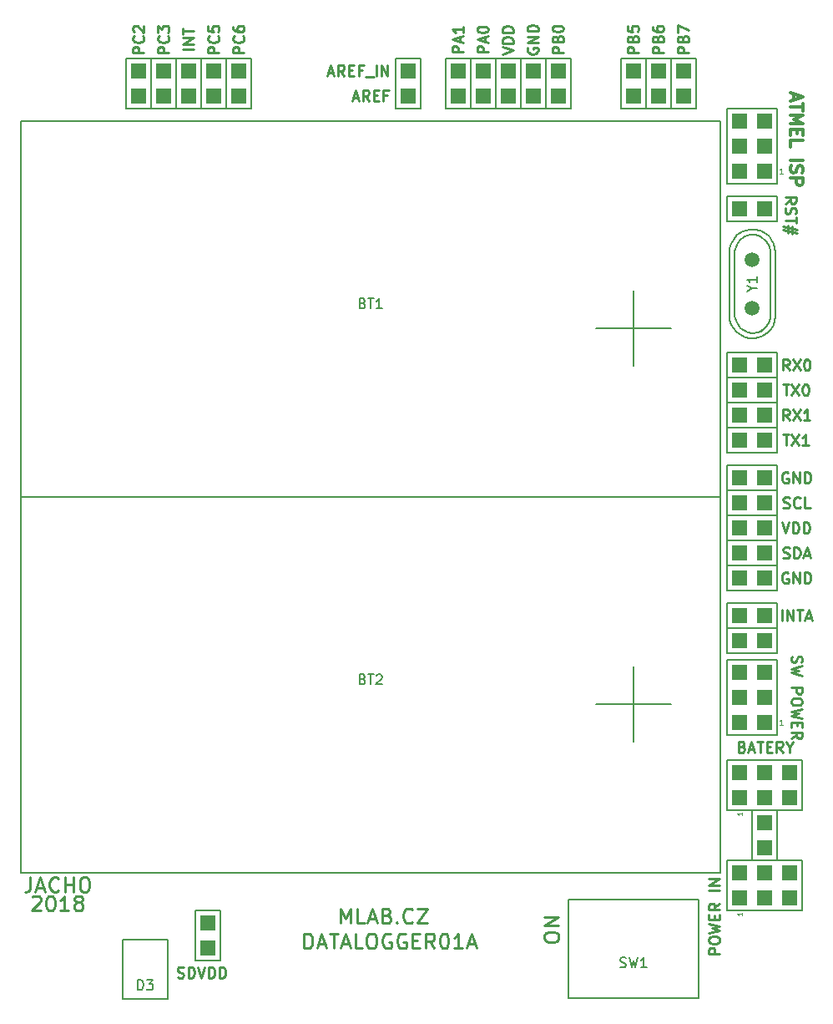
<source format=gbr>
%TF.GenerationSoftware,KiCad,Pcbnew,6.0.10+dfsg-1~bpo11+1*%
%TF.CreationDate,2023-01-10T10:18:18+00:00*%
%TF.ProjectId,DATALOGGER02A,44415441-4c4f-4474-9745-523032412e6b,rev?*%
%TF.SameCoordinates,Original*%
%TF.FileFunction,Legend,Top*%
%TF.FilePolarity,Positive*%
%FSLAX46Y46*%
G04 Gerber Fmt 4.6, Leading zero omitted, Abs format (unit mm)*
G04 Created by KiCad (PCBNEW 6.0.10+dfsg-1~bpo11+1) date 2023-01-10 10:18:18*
%MOMM*%
%LPD*%
G01*
G04 APERTURE LIST*
%ADD10C,0.250000*%
%ADD11C,0.300000*%
%ADD12C,0.150000*%
%ADD13C,0.050000*%
%ADD14R,1.524000X1.524000*%
%ADD15C,1.501140*%
G04 APERTURE END LIST*
D10*
X78536904Y44365000D02*
X78432142Y44417381D01*
X78275000Y44417381D01*
X78117857Y44365000D01*
X78013095Y44260239D01*
X77960714Y44155477D01*
X77908333Y43945953D01*
X77908333Y43788810D01*
X77960714Y43579286D01*
X78013095Y43474524D01*
X78117857Y43369762D01*
X78275000Y43317381D01*
X78379761Y43317381D01*
X78536904Y43369762D01*
X78589285Y43422143D01*
X78589285Y43788810D01*
X78379761Y43788810D01*
X79060714Y43317381D02*
X79060714Y44417381D01*
X79689285Y43317381D01*
X79689285Y44417381D01*
X80213095Y43317381D02*
X80213095Y44417381D01*
X80475000Y44417381D01*
X80632142Y44365000D01*
X80736904Y44260239D01*
X80789285Y44155477D01*
X80841666Y43945953D01*
X80841666Y43788810D01*
X80789285Y43579286D01*
X80736904Y43474524D01*
X80632142Y43369762D01*
X80475000Y43317381D01*
X80213095Y43317381D01*
X71617619Y5727381D02*
X70517619Y5727381D01*
X70517619Y6146429D01*
X70570000Y6251191D01*
X70622380Y6303572D01*
X70727142Y6355953D01*
X70884285Y6355953D01*
X70989047Y6303572D01*
X71041428Y6251191D01*
X71093809Y6146429D01*
X71093809Y5727381D01*
X70517619Y7036905D02*
X70517619Y7246429D01*
X70570000Y7351191D01*
X70674761Y7455953D01*
X70884285Y7508334D01*
X71250952Y7508334D01*
X71460476Y7455953D01*
X71565238Y7351191D01*
X71617619Y7246429D01*
X71617619Y7036905D01*
X71565238Y6932143D01*
X71460476Y6827381D01*
X71250952Y6775000D01*
X70884285Y6775000D01*
X70674761Y6827381D01*
X70570000Y6932143D01*
X70517619Y7036905D01*
X70517619Y7875000D02*
X71617619Y8136905D01*
X70831904Y8346429D01*
X71617619Y8555953D01*
X70517619Y8817858D01*
X71041428Y9236905D02*
X71041428Y9603572D01*
X71617619Y9760715D02*
X71617619Y9236905D01*
X70517619Y9236905D01*
X70517619Y9760715D01*
X71617619Y10860715D02*
X71093809Y10494048D01*
X71617619Y10232143D02*
X70517619Y10232143D01*
X70517619Y10651191D01*
X70570000Y10755953D01*
X70622380Y10808334D01*
X70727142Y10860715D01*
X70884285Y10860715D01*
X70989047Y10808334D01*
X71041428Y10755953D01*
X71093809Y10651191D01*
X71093809Y10232143D01*
X71617619Y12170239D02*
X70517619Y12170239D01*
X71617619Y12694048D02*
X70517619Y12694048D01*
X71617619Y13322620D01*
X70517619Y13322620D01*
X78039285Y45909762D02*
X78196428Y45857381D01*
X78458333Y45857381D01*
X78563095Y45909762D01*
X78615476Y45962143D01*
X78667857Y46066905D01*
X78667857Y46171667D01*
X78615476Y46276429D01*
X78563095Y46328810D01*
X78458333Y46381191D01*
X78248809Y46433572D01*
X78144047Y46485953D01*
X78091666Y46538334D01*
X78039285Y46643096D01*
X78039285Y46747858D01*
X78091666Y46852620D01*
X78144047Y46905000D01*
X78248809Y46957381D01*
X78510714Y46957381D01*
X78667857Y46905000D01*
X79139285Y45857381D02*
X79139285Y46957381D01*
X79401190Y46957381D01*
X79558333Y46905000D01*
X79663095Y46800239D01*
X79715476Y46695477D01*
X79767857Y46485953D01*
X79767857Y46328810D01*
X79715476Y46119286D01*
X79663095Y46014524D01*
X79558333Y45909762D01*
X79401190Y45857381D01*
X79139285Y45857381D01*
X80186904Y46171667D02*
X80710714Y46171667D01*
X80082142Y45857381D02*
X80448809Y46957381D01*
X80815476Y45857381D01*
X77908333Y49497381D02*
X78275000Y48397381D01*
X78641666Y49497381D01*
X79008333Y48397381D02*
X79008333Y49497381D01*
X79270238Y49497381D01*
X79427380Y49445000D01*
X79532142Y49340239D01*
X79584523Y49235477D01*
X79636904Y49025953D01*
X79636904Y48868810D01*
X79584523Y48659286D01*
X79532142Y48554524D01*
X79427380Y48449762D01*
X79270238Y48397381D01*
X79008333Y48397381D01*
X80108333Y48397381D02*
X80108333Y49497381D01*
X80370238Y49497381D01*
X80527380Y49445000D01*
X80632142Y49340239D01*
X80684523Y49235477D01*
X80736904Y49025953D01*
X80736904Y48868810D01*
X80684523Y48659286D01*
X80632142Y48554524D01*
X80527380Y48449762D01*
X80370238Y48397381D01*
X80108333Y48397381D01*
X78065476Y50989762D02*
X78222619Y50937381D01*
X78484523Y50937381D01*
X78589285Y50989762D01*
X78641666Y51042143D01*
X78694047Y51146905D01*
X78694047Y51251667D01*
X78641666Y51356429D01*
X78589285Y51408810D01*
X78484523Y51461191D01*
X78275000Y51513572D01*
X78170238Y51565953D01*
X78117857Y51618334D01*
X78065476Y51723096D01*
X78065476Y51827858D01*
X78117857Y51932620D01*
X78170238Y51985000D01*
X78275000Y52037381D01*
X78536904Y52037381D01*
X78694047Y51985000D01*
X79794047Y51042143D02*
X79741666Y50989762D01*
X79584523Y50937381D01*
X79479761Y50937381D01*
X79322619Y50989762D01*
X79217857Y51094524D01*
X79165476Y51199286D01*
X79113095Y51408810D01*
X79113095Y51565953D01*
X79165476Y51775477D01*
X79217857Y51880239D01*
X79322619Y51985000D01*
X79479761Y52037381D01*
X79584523Y52037381D01*
X79741666Y51985000D01*
X79794047Y51932620D01*
X80789285Y50937381D02*
X80265476Y50937381D01*
X80265476Y52037381D01*
X78536904Y54525000D02*
X78432142Y54577381D01*
X78275000Y54577381D01*
X78117857Y54525000D01*
X78013095Y54420239D01*
X77960714Y54315477D01*
X77908333Y54105953D01*
X77908333Y53948810D01*
X77960714Y53739286D01*
X78013095Y53634524D01*
X78117857Y53529762D01*
X78275000Y53477381D01*
X78379761Y53477381D01*
X78536904Y53529762D01*
X78589285Y53582143D01*
X78589285Y53948810D01*
X78379761Y53948810D01*
X79060714Y53477381D02*
X79060714Y54577381D01*
X79689285Y53477381D01*
X79689285Y54577381D01*
X80213095Y53477381D02*
X80213095Y54577381D01*
X80475000Y54577381D01*
X80632142Y54525000D01*
X80736904Y54420239D01*
X80789285Y54315477D01*
X80841666Y54105953D01*
X80841666Y53948810D01*
X80789285Y53739286D01*
X80736904Y53634524D01*
X80632142Y53529762D01*
X80475000Y53477381D01*
X80213095Y53477381D01*
X78013095Y58387381D02*
X78641666Y58387381D01*
X78327380Y57287381D02*
X78327380Y58387381D01*
X78903571Y58387381D02*
X79636904Y57287381D01*
X79636904Y58387381D02*
X78903571Y57287381D01*
X80632142Y57287381D02*
X80003571Y57287381D01*
X80317857Y57287381D02*
X80317857Y58387381D01*
X80213095Y58230239D01*
X80108333Y58125477D01*
X80003571Y58073096D01*
X78667857Y59827381D02*
X78301190Y60351191D01*
X78039285Y59827381D02*
X78039285Y60927381D01*
X78458333Y60927381D01*
X78563095Y60875000D01*
X78615476Y60822620D01*
X78667857Y60717858D01*
X78667857Y60560715D01*
X78615476Y60455953D01*
X78563095Y60403572D01*
X78458333Y60351191D01*
X78039285Y60351191D01*
X79034523Y60927381D02*
X79767857Y59827381D01*
X79767857Y60927381D02*
X79034523Y59827381D01*
X80763095Y59827381D02*
X80134523Y59827381D01*
X80448809Y59827381D02*
X80448809Y60927381D01*
X80344047Y60770239D01*
X80239285Y60665477D01*
X80134523Y60613096D01*
X78013095Y63467381D02*
X78641666Y63467381D01*
X78327380Y62367381D02*
X78327380Y63467381D01*
X78903571Y63467381D02*
X79636904Y62367381D01*
X79636904Y63467381D02*
X78903571Y62367381D01*
X80265476Y63467381D02*
X80370238Y63467381D01*
X80475000Y63415000D01*
X80527380Y63362620D01*
X80579761Y63257858D01*
X80632142Y63048334D01*
X80632142Y62786429D01*
X80579761Y62576905D01*
X80527380Y62472143D01*
X80475000Y62419762D01*
X80370238Y62367381D01*
X80265476Y62367381D01*
X80160714Y62419762D01*
X80108333Y62472143D01*
X80055952Y62576905D01*
X80003571Y62786429D01*
X80003571Y63048334D01*
X80055952Y63257858D01*
X80108333Y63362620D01*
X80160714Y63415000D01*
X80265476Y63467381D01*
X78667857Y64907381D02*
X78301190Y65431191D01*
X78039285Y64907381D02*
X78039285Y66007381D01*
X78458333Y66007381D01*
X78563095Y65955000D01*
X78615476Y65902620D01*
X78667857Y65797858D01*
X78667857Y65640715D01*
X78615476Y65535953D01*
X78563095Y65483572D01*
X78458333Y65431191D01*
X78039285Y65431191D01*
X79034523Y66007381D02*
X79767857Y64907381D01*
X79767857Y66007381D02*
X79034523Y64907381D01*
X80396428Y66007381D02*
X80501190Y66007381D01*
X80605952Y65955000D01*
X80658333Y65902620D01*
X80710714Y65797858D01*
X80763095Y65588334D01*
X80763095Y65326429D01*
X80710714Y65116905D01*
X80658333Y65012143D01*
X80605952Y64959762D01*
X80501190Y64907381D01*
X80396428Y64907381D01*
X80291666Y64959762D01*
X80239285Y65012143D01*
X80186904Y65116905D01*
X80134523Y65326429D01*
X80134523Y65588334D01*
X80186904Y65797858D01*
X80239285Y65902620D01*
X80291666Y65955000D01*
X80396428Y66007381D01*
X78242380Y81797381D02*
X78766190Y82164048D01*
X78242380Y82425953D02*
X79342380Y82425953D01*
X79342380Y82006905D01*
X79290000Y81902143D01*
X79237619Y81849762D01*
X79132857Y81797381D01*
X78975714Y81797381D01*
X78870952Y81849762D01*
X78818571Y81902143D01*
X78766190Y82006905D01*
X78766190Y82425953D01*
X78294761Y81378334D02*
X78242380Y81221191D01*
X78242380Y80959286D01*
X78294761Y80854524D01*
X78347142Y80802143D01*
X78451904Y80749762D01*
X78556666Y80749762D01*
X78661428Y80802143D01*
X78713809Y80854524D01*
X78766190Y80959286D01*
X78818571Y81168810D01*
X78870952Y81273572D01*
X78923333Y81325953D01*
X79028095Y81378334D01*
X79132857Y81378334D01*
X79237619Y81325953D01*
X79290000Y81273572D01*
X79342380Y81168810D01*
X79342380Y80906905D01*
X79290000Y80749762D01*
X79342380Y80435477D02*
X79342380Y79806905D01*
X78242380Y80121191D02*
X79342380Y80121191D01*
X78975714Y79492620D02*
X78975714Y78706905D01*
X79447142Y79178334D02*
X78032857Y79492620D01*
X78504285Y78811667D02*
X78504285Y79597381D01*
X78032857Y79125953D02*
X79447142Y78811667D01*
X77908333Y39507381D02*
X77908333Y40607381D01*
X78432142Y39507381D02*
X78432142Y40607381D01*
X79060714Y39507381D01*
X79060714Y40607381D01*
X79427380Y40607381D02*
X80055952Y40607381D01*
X79741666Y39507381D02*
X79741666Y40607381D01*
X80370238Y39821667D02*
X80894047Y39821667D01*
X80265476Y39507381D02*
X80632142Y40607381D01*
X80998809Y39507381D01*
X78929761Y35914286D02*
X78877380Y35757143D01*
X78877380Y35495239D01*
X78929761Y35390477D01*
X78982142Y35338096D01*
X79086904Y35285715D01*
X79191666Y35285715D01*
X79296428Y35338096D01*
X79348809Y35390477D01*
X79401190Y35495239D01*
X79453571Y35704762D01*
X79505952Y35809524D01*
X79558333Y35861905D01*
X79663095Y35914286D01*
X79767857Y35914286D01*
X79872619Y35861905D01*
X79925000Y35809524D01*
X79977380Y35704762D01*
X79977380Y35442858D01*
X79925000Y35285715D01*
X79977380Y34919048D02*
X78877380Y34657143D01*
X79663095Y34447620D01*
X78877380Y34238096D01*
X79977380Y33976191D01*
X78877380Y32719048D02*
X79977380Y32719048D01*
X79977380Y32300000D01*
X79925000Y32195239D01*
X79872619Y32142858D01*
X79767857Y32090477D01*
X79610714Y32090477D01*
X79505952Y32142858D01*
X79453571Y32195239D01*
X79401190Y32300000D01*
X79401190Y32719048D01*
X79977380Y31409524D02*
X79977380Y31200000D01*
X79925000Y31095239D01*
X79820238Y30990477D01*
X79610714Y30938096D01*
X79244047Y30938096D01*
X79034523Y30990477D01*
X78929761Y31095239D01*
X78877380Y31200000D01*
X78877380Y31409524D01*
X78929761Y31514286D01*
X79034523Y31619048D01*
X79244047Y31671429D01*
X79610714Y31671429D01*
X79820238Y31619048D01*
X79925000Y31514286D01*
X79977380Y31409524D01*
X79977380Y30571429D02*
X78877380Y30309524D01*
X79663095Y30100000D01*
X78877380Y29890477D01*
X79977380Y29628572D01*
X79453571Y29209524D02*
X79453571Y28842858D01*
X78877380Y28685715D02*
X78877380Y29209524D01*
X79977380Y29209524D01*
X79977380Y28685715D01*
X78877380Y27585715D02*
X79401190Y27952381D01*
X78877380Y28214286D02*
X79977380Y28214286D01*
X79977380Y27795239D01*
X79925000Y27690477D01*
X79872619Y27638096D01*
X79767857Y27585715D01*
X79610714Y27585715D01*
X79505952Y27638096D01*
X79453571Y27690477D01*
X79401190Y27795239D01*
X79401190Y28214286D01*
X16614285Y3364762D02*
X16771428Y3312381D01*
X17033333Y3312381D01*
X17138095Y3364762D01*
X17190476Y3417143D01*
X17242857Y3521905D01*
X17242857Y3626667D01*
X17190476Y3731429D01*
X17138095Y3783810D01*
X17033333Y3836191D01*
X16823809Y3888572D01*
X16719047Y3940953D01*
X16666666Y3993334D01*
X16614285Y4098096D01*
X16614285Y4202858D01*
X16666666Y4307620D01*
X16719047Y4360000D01*
X16823809Y4412381D01*
X17085714Y4412381D01*
X17242857Y4360000D01*
X17714285Y3312381D02*
X17714285Y4412381D01*
X17976190Y4412381D01*
X18133333Y4360000D01*
X18238095Y4255239D01*
X18290476Y4150477D01*
X18342857Y3940953D01*
X18342857Y3783810D01*
X18290476Y3574286D01*
X18238095Y3469524D01*
X18133333Y3364762D01*
X17976190Y3312381D01*
X17714285Y3312381D01*
X18657142Y4412381D02*
X19023809Y3312381D01*
X19390476Y4412381D01*
X19757142Y3312381D02*
X19757142Y4412381D01*
X20019047Y4412381D01*
X20176190Y4360000D01*
X20280952Y4255239D01*
X20333333Y4150477D01*
X20385714Y3940953D01*
X20385714Y3783810D01*
X20333333Y3574286D01*
X20280952Y3469524D01*
X20176190Y3364762D01*
X20019047Y3312381D01*
X19757142Y3312381D01*
X20857142Y3312381D02*
X20857142Y4412381D01*
X21119047Y4412381D01*
X21276190Y4360000D01*
X21380952Y4255239D01*
X21433333Y4150477D01*
X21485714Y3940953D01*
X21485714Y3783810D01*
X21433333Y3574286D01*
X21380952Y3469524D01*
X21276190Y3364762D01*
X21119047Y3312381D01*
X20857142Y3312381D01*
X13197619Y97063096D02*
X12097619Y97063096D01*
X12097619Y97482143D01*
X12150000Y97586905D01*
X12202380Y97639286D01*
X12307142Y97691667D01*
X12464285Y97691667D01*
X12569047Y97639286D01*
X12621428Y97586905D01*
X12673809Y97482143D01*
X12673809Y97063096D01*
X13092857Y98791667D02*
X13145238Y98739286D01*
X13197619Y98582143D01*
X13197619Y98477381D01*
X13145238Y98320239D01*
X13040476Y98215477D01*
X12935714Y98163096D01*
X12726190Y98110715D01*
X12569047Y98110715D01*
X12359523Y98163096D01*
X12254761Y98215477D01*
X12150000Y98320239D01*
X12097619Y98477381D01*
X12097619Y98582143D01*
X12150000Y98739286D01*
X12202380Y98791667D01*
X12202380Y99210715D02*
X12150000Y99263096D01*
X12097619Y99367858D01*
X12097619Y99629762D01*
X12150000Y99734524D01*
X12202380Y99786905D01*
X12307142Y99839286D01*
X12411904Y99839286D01*
X12569047Y99786905D01*
X13197619Y99158334D01*
X13197619Y99839286D01*
X15737619Y97063096D02*
X14637619Y97063096D01*
X14637619Y97482143D01*
X14690000Y97586905D01*
X14742380Y97639286D01*
X14847142Y97691667D01*
X15004285Y97691667D01*
X15109047Y97639286D01*
X15161428Y97586905D01*
X15213809Y97482143D01*
X15213809Y97063096D01*
X15632857Y98791667D02*
X15685238Y98739286D01*
X15737619Y98582143D01*
X15737619Y98477381D01*
X15685238Y98320239D01*
X15580476Y98215477D01*
X15475714Y98163096D01*
X15266190Y98110715D01*
X15109047Y98110715D01*
X14899523Y98163096D01*
X14794761Y98215477D01*
X14690000Y98320239D01*
X14637619Y98477381D01*
X14637619Y98582143D01*
X14690000Y98739286D01*
X14742380Y98791667D01*
X14637619Y99158334D02*
X14637619Y99839286D01*
X15056666Y99472620D01*
X15056666Y99629762D01*
X15109047Y99734524D01*
X15161428Y99786905D01*
X15266190Y99839286D01*
X15528095Y99839286D01*
X15632857Y99786905D01*
X15685238Y99734524D01*
X15737619Y99629762D01*
X15737619Y99315477D01*
X15685238Y99210715D01*
X15632857Y99158334D01*
X18277619Y97429762D02*
X17177619Y97429762D01*
X18277619Y97953572D02*
X17177619Y97953572D01*
X18277619Y98582143D01*
X17177619Y98582143D01*
X17177619Y98948810D02*
X17177619Y99577381D01*
X18277619Y99263096D02*
X17177619Y99263096D01*
X20817619Y97063096D02*
X19717619Y97063096D01*
X19717619Y97482143D01*
X19770000Y97586905D01*
X19822380Y97639286D01*
X19927142Y97691667D01*
X20084285Y97691667D01*
X20189047Y97639286D01*
X20241428Y97586905D01*
X20293809Y97482143D01*
X20293809Y97063096D01*
X20712857Y98791667D02*
X20765238Y98739286D01*
X20817619Y98582143D01*
X20817619Y98477381D01*
X20765238Y98320239D01*
X20660476Y98215477D01*
X20555714Y98163096D01*
X20346190Y98110715D01*
X20189047Y98110715D01*
X19979523Y98163096D01*
X19874761Y98215477D01*
X19770000Y98320239D01*
X19717619Y98477381D01*
X19717619Y98582143D01*
X19770000Y98739286D01*
X19822380Y98791667D01*
X19717619Y99786905D02*
X19717619Y99263096D01*
X20241428Y99210715D01*
X20189047Y99263096D01*
X20136666Y99367858D01*
X20136666Y99629762D01*
X20189047Y99734524D01*
X20241428Y99786905D01*
X20346190Y99839286D01*
X20608095Y99839286D01*
X20712857Y99786905D01*
X20765238Y99734524D01*
X20817619Y99629762D01*
X20817619Y99367858D01*
X20765238Y99263096D01*
X20712857Y99210715D01*
X23357619Y97063096D02*
X22257619Y97063096D01*
X22257619Y97482143D01*
X22310000Y97586905D01*
X22362380Y97639286D01*
X22467142Y97691667D01*
X22624285Y97691667D01*
X22729047Y97639286D01*
X22781428Y97586905D01*
X22833809Y97482143D01*
X22833809Y97063096D01*
X23252857Y98791667D02*
X23305238Y98739286D01*
X23357619Y98582143D01*
X23357619Y98477381D01*
X23305238Y98320239D01*
X23200476Y98215477D01*
X23095714Y98163096D01*
X22886190Y98110715D01*
X22729047Y98110715D01*
X22519523Y98163096D01*
X22414761Y98215477D01*
X22310000Y98320239D01*
X22257619Y98477381D01*
X22257619Y98582143D01*
X22310000Y98739286D01*
X22362380Y98791667D01*
X22257619Y99734524D02*
X22257619Y99525000D01*
X22310000Y99420239D01*
X22362380Y99367858D01*
X22519523Y99263096D01*
X22729047Y99210715D01*
X23148095Y99210715D01*
X23252857Y99263096D01*
X23305238Y99315477D01*
X23357619Y99420239D01*
X23357619Y99629762D01*
X23305238Y99734524D01*
X23252857Y99786905D01*
X23148095Y99839286D01*
X22886190Y99839286D01*
X22781428Y99786905D01*
X22729047Y99734524D01*
X22676666Y99629762D01*
X22676666Y99420239D01*
X22729047Y99315477D01*
X22781428Y99263096D01*
X22886190Y99210715D01*
X34414047Y92526667D02*
X34937857Y92526667D01*
X34309285Y92212381D02*
X34675952Y93312381D01*
X35042619Y92212381D01*
X36037857Y92212381D02*
X35671190Y92736191D01*
X35409285Y92212381D02*
X35409285Y93312381D01*
X35828333Y93312381D01*
X35933095Y93260000D01*
X35985476Y93207620D01*
X36037857Y93102858D01*
X36037857Y92945715D01*
X35985476Y92840953D01*
X35933095Y92788572D01*
X35828333Y92736191D01*
X35409285Y92736191D01*
X36509285Y92788572D02*
X36875952Y92788572D01*
X37033095Y92212381D02*
X36509285Y92212381D01*
X36509285Y93312381D01*
X37033095Y93312381D01*
X37871190Y92788572D02*
X37504523Y92788572D01*
X37504523Y92212381D02*
X37504523Y93312381D01*
X38028333Y93312381D01*
X45582619Y97141667D02*
X44482619Y97141667D01*
X44482619Y97560715D01*
X44535000Y97665477D01*
X44587380Y97717858D01*
X44692142Y97770239D01*
X44849285Y97770239D01*
X44954047Y97717858D01*
X45006428Y97665477D01*
X45058809Y97560715D01*
X45058809Y97141667D01*
X45268333Y98189286D02*
X45268333Y98713096D01*
X45582619Y98084524D02*
X44482619Y98451191D01*
X45582619Y98817858D01*
X45582619Y99760715D02*
X45582619Y99132143D01*
X45582619Y99446429D02*
X44482619Y99446429D01*
X44639761Y99341667D01*
X44744523Y99236905D01*
X44796904Y99132143D01*
X48122619Y97141667D02*
X47022619Y97141667D01*
X47022619Y97560715D01*
X47075000Y97665477D01*
X47127380Y97717858D01*
X47232142Y97770239D01*
X47389285Y97770239D01*
X47494047Y97717858D01*
X47546428Y97665477D01*
X47598809Y97560715D01*
X47598809Y97141667D01*
X47808333Y98189286D02*
X47808333Y98713096D01*
X48122619Y98084524D02*
X47022619Y98451191D01*
X48122619Y98817858D01*
X47022619Y99394048D02*
X47022619Y99498810D01*
X47075000Y99603572D01*
X47127380Y99655953D01*
X47232142Y99708334D01*
X47441666Y99760715D01*
X47703571Y99760715D01*
X47913095Y99708334D01*
X48017857Y99655953D01*
X48070238Y99603572D01*
X48122619Y99498810D01*
X48122619Y99394048D01*
X48070238Y99289286D01*
X48017857Y99236905D01*
X47913095Y99184524D01*
X47703571Y99132143D01*
X47441666Y99132143D01*
X47232142Y99184524D01*
X47127380Y99236905D01*
X47075000Y99289286D01*
X47022619Y99394048D01*
X49562619Y96958334D02*
X50662619Y97325000D01*
X49562619Y97691667D01*
X50662619Y98058334D02*
X49562619Y98058334D01*
X49562619Y98320239D01*
X49615000Y98477381D01*
X49719761Y98582143D01*
X49824523Y98634524D01*
X50034047Y98686905D01*
X50191190Y98686905D01*
X50400714Y98634524D01*
X50505476Y98582143D01*
X50610238Y98477381D01*
X50662619Y98320239D01*
X50662619Y98058334D01*
X50662619Y99158334D02*
X49562619Y99158334D01*
X49562619Y99420239D01*
X49615000Y99577381D01*
X49719761Y99682143D01*
X49824523Y99734524D01*
X50034047Y99786905D01*
X50191190Y99786905D01*
X50400714Y99734524D01*
X50505476Y99682143D01*
X50610238Y99577381D01*
X50662619Y99420239D01*
X50662619Y99158334D01*
X52155000Y97586905D02*
X52102619Y97482143D01*
X52102619Y97325000D01*
X52155000Y97167858D01*
X52259761Y97063096D01*
X52364523Y97010715D01*
X52574047Y96958334D01*
X52731190Y96958334D01*
X52940714Y97010715D01*
X53045476Y97063096D01*
X53150238Y97167858D01*
X53202619Y97325000D01*
X53202619Y97429762D01*
X53150238Y97586905D01*
X53097857Y97639286D01*
X52731190Y97639286D01*
X52731190Y97429762D01*
X53202619Y98110715D02*
X52102619Y98110715D01*
X53202619Y98739286D01*
X52102619Y98739286D01*
X53202619Y99263096D02*
X52102619Y99263096D01*
X52102619Y99525000D01*
X52155000Y99682143D01*
X52259761Y99786905D01*
X52364523Y99839286D01*
X52574047Y99891667D01*
X52731190Y99891667D01*
X52940714Y99839286D01*
X53045476Y99786905D01*
X53150238Y99682143D01*
X53202619Y99525000D01*
X53202619Y99263096D01*
X55742619Y97063096D02*
X54642619Y97063096D01*
X54642619Y97482143D01*
X54695000Y97586905D01*
X54747380Y97639286D01*
X54852142Y97691667D01*
X55009285Y97691667D01*
X55114047Y97639286D01*
X55166428Y97586905D01*
X55218809Y97482143D01*
X55218809Y97063096D01*
X55166428Y98529762D02*
X55218809Y98686905D01*
X55271190Y98739286D01*
X55375952Y98791667D01*
X55533095Y98791667D01*
X55637857Y98739286D01*
X55690238Y98686905D01*
X55742619Y98582143D01*
X55742619Y98163096D01*
X54642619Y98163096D01*
X54642619Y98529762D01*
X54695000Y98634524D01*
X54747380Y98686905D01*
X54852142Y98739286D01*
X54956904Y98739286D01*
X55061666Y98686905D01*
X55114047Y98634524D01*
X55166428Y98529762D01*
X55166428Y98163096D01*
X54642619Y99472620D02*
X54642619Y99577381D01*
X54695000Y99682143D01*
X54747380Y99734524D01*
X54852142Y99786905D01*
X55061666Y99839286D01*
X55323571Y99839286D01*
X55533095Y99786905D01*
X55637857Y99734524D01*
X55690238Y99682143D01*
X55742619Y99577381D01*
X55742619Y99472620D01*
X55690238Y99367858D01*
X55637857Y99315477D01*
X55533095Y99263096D01*
X55323571Y99210715D01*
X55061666Y99210715D01*
X54852142Y99263096D01*
X54747380Y99315477D01*
X54695000Y99367858D01*
X54642619Y99472620D01*
X63362619Y97063096D02*
X62262619Y97063096D01*
X62262619Y97482143D01*
X62315000Y97586905D01*
X62367380Y97639286D01*
X62472142Y97691667D01*
X62629285Y97691667D01*
X62734047Y97639286D01*
X62786428Y97586905D01*
X62838809Y97482143D01*
X62838809Y97063096D01*
X62786428Y98529762D02*
X62838809Y98686905D01*
X62891190Y98739286D01*
X62995952Y98791667D01*
X63153095Y98791667D01*
X63257857Y98739286D01*
X63310238Y98686905D01*
X63362619Y98582143D01*
X63362619Y98163096D01*
X62262619Y98163096D01*
X62262619Y98529762D01*
X62315000Y98634524D01*
X62367380Y98686905D01*
X62472142Y98739286D01*
X62576904Y98739286D01*
X62681666Y98686905D01*
X62734047Y98634524D01*
X62786428Y98529762D01*
X62786428Y98163096D01*
X62262619Y99786905D02*
X62262619Y99263096D01*
X62786428Y99210715D01*
X62734047Y99263096D01*
X62681666Y99367858D01*
X62681666Y99629762D01*
X62734047Y99734524D01*
X62786428Y99786905D01*
X62891190Y99839286D01*
X63153095Y99839286D01*
X63257857Y99786905D01*
X63310238Y99734524D01*
X63362619Y99629762D01*
X63362619Y99367858D01*
X63310238Y99263096D01*
X63257857Y99210715D01*
X68442619Y97063096D02*
X67342619Y97063096D01*
X67342619Y97482143D01*
X67395000Y97586905D01*
X67447380Y97639286D01*
X67552142Y97691667D01*
X67709285Y97691667D01*
X67814047Y97639286D01*
X67866428Y97586905D01*
X67918809Y97482143D01*
X67918809Y97063096D01*
X67866428Y98529762D02*
X67918809Y98686905D01*
X67971190Y98739286D01*
X68075952Y98791667D01*
X68233095Y98791667D01*
X68337857Y98739286D01*
X68390238Y98686905D01*
X68442619Y98582143D01*
X68442619Y98163096D01*
X67342619Y98163096D01*
X67342619Y98529762D01*
X67395000Y98634524D01*
X67447380Y98686905D01*
X67552142Y98739286D01*
X67656904Y98739286D01*
X67761666Y98686905D01*
X67814047Y98634524D01*
X67866428Y98529762D01*
X67866428Y98163096D01*
X67342619Y99158334D02*
X67342619Y99891667D01*
X68442619Y99420239D01*
X65902619Y97063096D02*
X64802619Y97063096D01*
X64802619Y97482143D01*
X64855000Y97586905D01*
X64907380Y97639286D01*
X65012142Y97691667D01*
X65169285Y97691667D01*
X65274047Y97639286D01*
X65326428Y97586905D01*
X65378809Y97482143D01*
X65378809Y97063096D01*
X65326428Y98529762D02*
X65378809Y98686905D01*
X65431190Y98739286D01*
X65535952Y98791667D01*
X65693095Y98791667D01*
X65797857Y98739286D01*
X65850238Y98686905D01*
X65902619Y98582143D01*
X65902619Y98163096D01*
X64802619Y98163096D01*
X64802619Y98529762D01*
X64855000Y98634524D01*
X64907380Y98686905D01*
X65012142Y98739286D01*
X65116904Y98739286D01*
X65221666Y98686905D01*
X65274047Y98634524D01*
X65326428Y98529762D01*
X65326428Y98163096D01*
X64802619Y99734524D02*
X64802619Y99525000D01*
X64855000Y99420239D01*
X64907380Y99367858D01*
X65064523Y99263096D01*
X65274047Y99210715D01*
X65693095Y99210715D01*
X65797857Y99263096D01*
X65850238Y99315477D01*
X65902619Y99420239D01*
X65902619Y99629762D01*
X65850238Y99734524D01*
X65797857Y99786905D01*
X65693095Y99839286D01*
X65431190Y99839286D01*
X65326428Y99786905D01*
X65274047Y99734524D01*
X65221666Y99629762D01*
X65221666Y99420239D01*
X65274047Y99315477D01*
X65326428Y99263096D01*
X65431190Y99210715D01*
X31886904Y95066667D02*
X32410714Y95066667D01*
X31782142Y94752381D02*
X32148809Y95852381D01*
X32515476Y94752381D01*
X33510714Y94752381D02*
X33144047Y95276191D01*
X32882142Y94752381D02*
X32882142Y95852381D01*
X33301190Y95852381D01*
X33405952Y95800000D01*
X33458333Y95747620D01*
X33510714Y95642858D01*
X33510714Y95485715D01*
X33458333Y95380953D01*
X33405952Y95328572D01*
X33301190Y95276191D01*
X32882142Y95276191D01*
X33982142Y95328572D02*
X34348809Y95328572D01*
X34505952Y94752381D02*
X33982142Y94752381D01*
X33982142Y95852381D01*
X34505952Y95852381D01*
X35344047Y95328572D02*
X34977380Y95328572D01*
X34977380Y94752381D02*
X34977380Y95852381D01*
X35501190Y95852381D01*
X35658333Y94647620D02*
X36496428Y94647620D01*
X36758333Y94752381D02*
X36758333Y95852381D01*
X37282142Y94752381D02*
X37282142Y95852381D01*
X37910714Y94752381D01*
X37910714Y95852381D01*
X33143571Y8846429D02*
X33143571Y10346429D01*
X33643571Y9275000D01*
X34143571Y10346429D01*
X34143571Y8846429D01*
X35572142Y8846429D02*
X34857857Y8846429D01*
X34857857Y10346429D01*
X36000714Y9275000D02*
X36715000Y9275000D01*
X35857857Y8846429D02*
X36357857Y10346429D01*
X36857857Y8846429D01*
X37857857Y9632143D02*
X38072142Y9560715D01*
X38143571Y9489286D01*
X38215000Y9346429D01*
X38215000Y9132143D01*
X38143571Y8989286D01*
X38072142Y8917858D01*
X37929285Y8846429D01*
X37357857Y8846429D01*
X37357857Y10346429D01*
X37857857Y10346429D01*
X38000714Y10275000D01*
X38072142Y10203572D01*
X38143571Y10060715D01*
X38143571Y9917858D01*
X38072142Y9775000D01*
X38000714Y9703572D01*
X37857857Y9632143D01*
X37357857Y9632143D01*
X38857857Y8989286D02*
X38929285Y8917858D01*
X38857857Y8846429D01*
X38786428Y8917858D01*
X38857857Y8989286D01*
X38857857Y8846429D01*
X40429285Y8989286D02*
X40357857Y8917858D01*
X40143571Y8846429D01*
X40000714Y8846429D01*
X39786428Y8917858D01*
X39643571Y9060715D01*
X39572142Y9203572D01*
X39500714Y9489286D01*
X39500714Y9703572D01*
X39572142Y9989286D01*
X39643571Y10132143D01*
X39786428Y10275000D01*
X40000714Y10346429D01*
X40143571Y10346429D01*
X40357857Y10275000D01*
X40429285Y10203572D01*
X40929285Y10346429D02*
X41929285Y10346429D01*
X40929285Y8846429D01*
X41929285Y8846429D01*
X29457142Y6306429D02*
X29457142Y7806429D01*
X29814285Y7806429D01*
X30028571Y7735000D01*
X30171428Y7592143D01*
X30242857Y7449286D01*
X30314285Y7163572D01*
X30314285Y6949286D01*
X30242857Y6663572D01*
X30171428Y6520715D01*
X30028571Y6377858D01*
X29814285Y6306429D01*
X29457142Y6306429D01*
X30885714Y6735000D02*
X31600000Y6735000D01*
X30742857Y6306429D02*
X31242857Y7806429D01*
X31742857Y6306429D01*
X32028571Y7806429D02*
X32885714Y7806429D01*
X32457142Y6306429D02*
X32457142Y7806429D01*
X33314285Y6735000D02*
X34028571Y6735000D01*
X33171428Y6306429D02*
X33671428Y7806429D01*
X34171428Y6306429D01*
X35385714Y6306429D02*
X34671428Y6306429D01*
X34671428Y7806429D01*
X36171428Y7806429D02*
X36457142Y7806429D01*
X36600000Y7735000D01*
X36742857Y7592143D01*
X36814285Y7306429D01*
X36814285Y6806429D01*
X36742857Y6520715D01*
X36600000Y6377858D01*
X36457142Y6306429D01*
X36171428Y6306429D01*
X36028571Y6377858D01*
X35885714Y6520715D01*
X35814285Y6806429D01*
X35814285Y7306429D01*
X35885714Y7592143D01*
X36028571Y7735000D01*
X36171428Y7806429D01*
X38242857Y7735000D02*
X38100000Y7806429D01*
X37885714Y7806429D01*
X37671428Y7735000D01*
X37528571Y7592143D01*
X37457142Y7449286D01*
X37385714Y7163572D01*
X37385714Y6949286D01*
X37457142Y6663572D01*
X37528571Y6520715D01*
X37671428Y6377858D01*
X37885714Y6306429D01*
X38028571Y6306429D01*
X38242857Y6377858D01*
X38314285Y6449286D01*
X38314285Y6949286D01*
X38028571Y6949286D01*
X39742857Y7735000D02*
X39600000Y7806429D01*
X39385714Y7806429D01*
X39171428Y7735000D01*
X39028571Y7592143D01*
X38957142Y7449286D01*
X38885714Y7163572D01*
X38885714Y6949286D01*
X38957142Y6663572D01*
X39028571Y6520715D01*
X39171428Y6377858D01*
X39385714Y6306429D01*
X39528571Y6306429D01*
X39742857Y6377858D01*
X39814285Y6449286D01*
X39814285Y6949286D01*
X39528571Y6949286D01*
X40457142Y7092143D02*
X40957142Y7092143D01*
X41171428Y6306429D02*
X40457142Y6306429D01*
X40457142Y7806429D01*
X41171428Y7806429D01*
X42671428Y6306429D02*
X42171428Y7020715D01*
X41814285Y6306429D02*
X41814285Y7806429D01*
X42385714Y7806429D01*
X42528571Y7735000D01*
X42600000Y7663572D01*
X42671428Y7520715D01*
X42671428Y7306429D01*
X42600000Y7163572D01*
X42528571Y7092143D01*
X42385714Y7020715D01*
X41814285Y7020715D01*
X43600000Y7806429D02*
X43742857Y7806429D01*
X43885714Y7735000D01*
X43957142Y7663572D01*
X44028571Y7520715D01*
X44100000Y7235000D01*
X44100000Y6877858D01*
X44028571Y6592143D01*
X43957142Y6449286D01*
X43885714Y6377858D01*
X43742857Y6306429D01*
X43600000Y6306429D01*
X43457142Y6377858D01*
X43385714Y6449286D01*
X43314285Y6592143D01*
X43242857Y6877858D01*
X43242857Y7235000D01*
X43314285Y7520715D01*
X43385714Y7663572D01*
X43457142Y7735000D01*
X43600000Y7806429D01*
X45528571Y6306429D02*
X44671428Y6306429D01*
X45100000Y6306429D02*
X45100000Y7806429D01*
X44957142Y7592143D01*
X44814285Y7449286D01*
X44671428Y7377858D01*
X46100000Y6735000D02*
X46814285Y6735000D01*
X45957142Y6306429D02*
X46457142Y7806429D01*
X46957142Y6306429D01*
X1873571Y11473572D02*
X1945000Y11545000D01*
X2087857Y11616429D01*
X2445000Y11616429D01*
X2587857Y11545000D01*
X2659285Y11473572D01*
X2730714Y11330715D01*
X2730714Y11187858D01*
X2659285Y10973572D01*
X1802142Y10116429D01*
X2730714Y10116429D01*
X3659285Y11616429D02*
X3802142Y11616429D01*
X3945000Y11545000D01*
X4016428Y11473572D01*
X4087857Y11330715D01*
X4159285Y11045000D01*
X4159285Y10687858D01*
X4087857Y10402143D01*
X4016428Y10259286D01*
X3945000Y10187858D01*
X3802142Y10116429D01*
X3659285Y10116429D01*
X3516428Y10187858D01*
X3445000Y10259286D01*
X3373571Y10402143D01*
X3302142Y10687858D01*
X3302142Y11045000D01*
X3373571Y11330715D01*
X3445000Y11473572D01*
X3516428Y11545000D01*
X3659285Y11616429D01*
X5587857Y10116429D02*
X4730714Y10116429D01*
X5159285Y10116429D02*
X5159285Y11616429D01*
X5016428Y11402143D01*
X4873571Y11259286D01*
X4730714Y11187858D01*
X6445000Y10973572D02*
X6302142Y11045000D01*
X6230714Y11116429D01*
X6159285Y11259286D01*
X6159285Y11330715D01*
X6230714Y11473572D01*
X6302142Y11545000D01*
X6445000Y11616429D01*
X6730714Y11616429D01*
X6873571Y11545000D01*
X6945000Y11473572D01*
X7016428Y11330715D01*
X7016428Y11259286D01*
X6945000Y11116429D01*
X6873571Y11045000D01*
X6730714Y10973572D01*
X6445000Y10973572D01*
X6302142Y10902143D01*
X6230714Y10830715D01*
X6159285Y10687858D01*
X6159285Y10402143D01*
X6230714Y10259286D01*
X6302142Y10187858D01*
X6445000Y10116429D01*
X6730714Y10116429D01*
X6873571Y10187858D01*
X6945000Y10259286D01*
X7016428Y10402143D01*
X7016428Y10687858D01*
X6945000Y10830715D01*
X6873571Y10902143D01*
X6730714Y10973572D01*
X1695000Y13521429D02*
X1695000Y12450000D01*
X1623571Y12235715D01*
X1480714Y12092858D01*
X1266428Y12021429D01*
X1123571Y12021429D01*
X2337857Y12450000D02*
X3052142Y12450000D01*
X2195000Y12021429D02*
X2695000Y13521429D01*
X3195000Y12021429D01*
X4552142Y12164286D02*
X4480714Y12092858D01*
X4266428Y12021429D01*
X4123571Y12021429D01*
X3909285Y12092858D01*
X3766428Y12235715D01*
X3695000Y12378572D01*
X3623571Y12664286D01*
X3623571Y12878572D01*
X3695000Y13164286D01*
X3766428Y13307143D01*
X3909285Y13450000D01*
X4123571Y13521429D01*
X4266428Y13521429D01*
X4480714Y13450000D01*
X4552142Y13378572D01*
X5195000Y12021429D02*
X5195000Y13521429D01*
X5195000Y12807143D02*
X6052142Y12807143D01*
X6052142Y12021429D02*
X6052142Y13521429D01*
X7052142Y13521429D02*
X7337857Y13521429D01*
X7480714Y13450000D01*
X7623571Y13307143D01*
X7695000Y13021429D01*
X7695000Y12521429D01*
X7623571Y12235715D01*
X7480714Y12092858D01*
X7337857Y12021429D01*
X7052142Y12021429D01*
X6909285Y12092858D01*
X6766428Y12235715D01*
X6695000Y12521429D01*
X6695000Y13021429D01*
X6766428Y13307143D01*
X6909285Y13450000D01*
X7052142Y13521429D01*
X53788571Y7326429D02*
X53788571Y7612143D01*
X53860000Y7755000D01*
X54002857Y7897858D01*
X54288571Y7969286D01*
X54788571Y7969286D01*
X55074285Y7897858D01*
X55217142Y7755000D01*
X55288571Y7612143D01*
X55288571Y7326429D01*
X55217142Y7183572D01*
X55074285Y7040715D01*
X54788571Y6969286D01*
X54288571Y6969286D01*
X54002857Y7040715D01*
X53860000Y7183572D01*
X53788571Y7326429D01*
X55288571Y8612143D02*
X53788571Y8612143D01*
X55288571Y9469286D01*
X53788571Y9469286D01*
X73869047Y26748572D02*
X74026190Y26696191D01*
X74078571Y26643810D01*
X74130952Y26539048D01*
X74130952Y26381905D01*
X74078571Y26277143D01*
X74026190Y26224762D01*
X73921428Y26172381D01*
X73502380Y26172381D01*
X73502380Y27272381D01*
X73869047Y27272381D01*
X73973809Y27220000D01*
X74026190Y27167620D01*
X74078571Y27062858D01*
X74078571Y26958096D01*
X74026190Y26853334D01*
X73973809Y26800953D01*
X73869047Y26748572D01*
X73502380Y26748572D01*
X74550000Y26486667D02*
X75073809Y26486667D01*
X74445238Y26172381D02*
X74811904Y27272381D01*
X75178571Y26172381D01*
X75388095Y27272381D02*
X76016666Y27272381D01*
X75702380Y26172381D02*
X75702380Y27272381D01*
X76383333Y26748572D02*
X76750000Y26748572D01*
X76907142Y26172381D02*
X76383333Y26172381D01*
X76383333Y27272381D01*
X76907142Y27272381D01*
X78007142Y26172381D02*
X77640476Y26696191D01*
X77378571Y26172381D02*
X77378571Y27272381D01*
X77797619Y27272381D01*
X77902380Y27220000D01*
X77954761Y27167620D01*
X78007142Y27062858D01*
X78007142Y26905715D01*
X77954761Y26800953D01*
X77902380Y26748572D01*
X77797619Y26696191D01*
X77378571Y26696191D01*
X78688095Y26696191D02*
X78688095Y26172381D01*
X78321428Y27272381D02*
X78688095Y26696191D01*
X79054761Y27272381D01*
D11*
X79163333Y92891429D02*
X79163333Y92286667D01*
X78800476Y93012381D02*
X80070476Y92589048D01*
X78800476Y92165715D01*
X80070476Y91923810D02*
X80070476Y91198096D01*
X78800476Y91560953D02*
X80070476Y91560953D01*
X78800476Y90774762D02*
X80070476Y90774762D01*
X79163333Y90351429D01*
X80070476Y89928096D01*
X78800476Y89928096D01*
X79465714Y89323334D02*
X79465714Y88900000D01*
X78800476Y88718572D02*
X78800476Y89323334D01*
X80070476Y89323334D01*
X80070476Y88718572D01*
X78800476Y87569524D02*
X78800476Y88174286D01*
X80070476Y88174286D01*
X78800476Y86178572D02*
X80070476Y86178572D01*
X78860952Y85634286D02*
X78800476Y85452858D01*
X78800476Y85150477D01*
X78860952Y85029524D01*
X78921428Y84969048D01*
X79042380Y84908572D01*
X79163333Y84908572D01*
X79284285Y84969048D01*
X79344761Y85029524D01*
X79405238Y85150477D01*
X79465714Y85392381D01*
X79526190Y85513334D01*
X79586666Y85573810D01*
X79707619Y85634286D01*
X79828571Y85634286D01*
X79949523Y85573810D01*
X80010000Y85513334D01*
X80070476Y85392381D01*
X80070476Y85090000D01*
X80010000Y84908572D01*
X78800476Y84364286D02*
X80070476Y84364286D01*
X80070476Y83880477D01*
X80010000Y83759524D01*
X79949523Y83699048D01*
X79828571Y83638572D01*
X79647142Y83638572D01*
X79526190Y83699048D01*
X79465714Y83759524D01*
X79405238Y83880477D01*
X79405238Y84364286D01*
D12*
%TO.C,BT1*%
X35409285Y71691429D02*
X35552142Y71643810D01*
X35599761Y71596191D01*
X35647380Y71500953D01*
X35647380Y71358096D01*
X35599761Y71262858D01*
X35552142Y71215239D01*
X35456904Y71167620D01*
X35075952Y71167620D01*
X35075952Y72167620D01*
X35409285Y72167620D01*
X35504523Y72120000D01*
X35552142Y72072381D01*
X35599761Y71977143D01*
X35599761Y71881905D01*
X35552142Y71786667D01*
X35504523Y71739048D01*
X35409285Y71691429D01*
X35075952Y71691429D01*
X35933095Y72167620D02*
X36504523Y72167620D01*
X36218809Y71167620D02*
X36218809Y72167620D01*
X37361666Y71167620D02*
X36790238Y71167620D01*
X37075952Y71167620D02*
X37075952Y72167620D01*
X36980714Y72024762D01*
X36885476Y71929524D01*
X36790238Y71881905D01*
X59055476Y69135715D02*
X66674523Y69135715D01*
X62865000Y65326191D02*
X62865000Y72945239D01*
D13*
%TO.C,J6*%
X73886190Y20081858D02*
X73886190Y19796143D01*
X73886190Y19939000D02*
X73386190Y19939000D01*
X73457619Y19891381D01*
X73505238Y19843762D01*
X73529047Y19796143D01*
%TO.C,J10*%
X77993857Y28983810D02*
X77708142Y28983810D01*
X77851000Y28983810D02*
X77851000Y29483810D01*
X77803380Y29412381D01*
X77755761Y29364762D01*
X77708142Y29340953D01*
%TO.C,J31*%
X77993857Y84863810D02*
X77708142Y84863810D01*
X77851000Y84863810D02*
X77851000Y85363810D01*
X77803380Y85292381D01*
X77755761Y85244762D01*
X77708142Y85220953D01*
%TO.C,J33*%
X73886190Y9921858D02*
X73886190Y9636143D01*
X73886190Y9779000D02*
X73386190Y9779000D01*
X73457619Y9731381D01*
X73505238Y9683762D01*
X73529047Y9636143D01*
D12*
%TO.C,BT2*%
X35409285Y33591429D02*
X35552142Y33543810D01*
X35599761Y33496191D01*
X35647380Y33400953D01*
X35647380Y33258096D01*
X35599761Y33162858D01*
X35552142Y33115239D01*
X35456904Y33067620D01*
X35075952Y33067620D01*
X35075952Y34067620D01*
X35409285Y34067620D01*
X35504523Y34020000D01*
X35552142Y33972381D01*
X35599761Y33877143D01*
X35599761Y33781905D01*
X35552142Y33686667D01*
X35504523Y33639048D01*
X35409285Y33591429D01*
X35075952Y33591429D01*
X35933095Y34067620D02*
X36504523Y34067620D01*
X36218809Y33067620D02*
X36218809Y34067620D01*
X36790238Y33972381D02*
X36837857Y34020000D01*
X36933095Y34067620D01*
X37171190Y34067620D01*
X37266428Y34020000D01*
X37314047Y33972381D01*
X37361666Y33877143D01*
X37361666Y33781905D01*
X37314047Y33639048D01*
X36742619Y33067620D01*
X37361666Y33067620D01*
X59055476Y31035715D02*
X66674523Y31035715D01*
X62865000Y27226191D02*
X62865000Y34845239D01*
%TO.C,D3*%
X12596904Y2087620D02*
X12596904Y3087620D01*
X12835000Y3087620D01*
X12977857Y3040000D01*
X13073095Y2944762D01*
X13120714Y2849524D01*
X13168333Y2659048D01*
X13168333Y2516191D01*
X13120714Y2325715D01*
X13073095Y2230477D01*
X12977857Y2135239D01*
X12835000Y2087620D01*
X12596904Y2087620D01*
X13501666Y3087620D02*
X14120714Y3087620D01*
X13787380Y2706667D01*
X13930238Y2706667D01*
X14025476Y2659048D01*
X14073095Y2611429D01*
X14120714Y2516191D01*
X14120714Y2278096D01*
X14073095Y2182858D01*
X14025476Y2135239D01*
X13930238Y2087620D01*
X13644523Y2087620D01*
X13549285Y2135239D01*
X13501666Y2182858D01*
%TO.C,Y1*%
X74906190Y73183810D02*
X75382380Y73183810D01*
X74382380Y72850477D02*
X74906190Y73183810D01*
X74382380Y73517143D01*
X75382380Y74374286D02*
X75382380Y73802858D01*
X75382380Y74088572D02*
X74382380Y74088572D01*
X74525238Y73993334D01*
X74620476Y73898096D01*
X74668095Y73802858D01*
%TO.C,SW1*%
X61531666Y4421239D02*
X61674523Y4373620D01*
X61912619Y4373620D01*
X62007857Y4421239D01*
X62055476Y4468858D01*
X62103095Y4564096D01*
X62103095Y4659334D01*
X62055476Y4754572D01*
X62007857Y4802191D01*
X61912619Y4849810D01*
X61722142Y4897429D01*
X61626904Y4945048D01*
X61579285Y4992667D01*
X61531666Y5087905D01*
X61531666Y5183143D01*
X61579285Y5278381D01*
X61626904Y5326000D01*
X61722142Y5373620D01*
X61960238Y5373620D01*
X62103095Y5326000D01*
X62436428Y5373620D02*
X62674523Y4373620D01*
X62865000Y5087905D01*
X63055476Y4373620D01*
X63293571Y5373620D01*
X64198333Y4373620D02*
X63626904Y4373620D01*
X63912619Y4373620D02*
X63912619Y5373620D01*
X63817380Y5230762D01*
X63722142Y5135524D01*
X63626904Y5087905D01*
%TO.C,J26*%
X53975000Y91440000D02*
X53975000Y96520000D01*
X56515000Y91440000D02*
X53975000Y91440000D01*
X56515000Y96520000D02*
X56515000Y91440000D01*
X53975000Y96520000D02*
X56515000Y96520000D01*
%TO.C,BT1*%
X71695000Y52070000D02*
X71695000Y90170000D01*
X695000Y52070000D02*
X695000Y90170000D01*
X71695000Y52070000D02*
X695000Y52070000D01*
X71695000Y90170000D02*
X695000Y90170000D01*
%TO.C,J24*%
X51435000Y96520000D02*
X51435000Y91440000D01*
X48895000Y96520000D02*
X51435000Y96520000D01*
X48895000Y91440000D02*
X48895000Y96520000D01*
X51435000Y91440000D02*
X48895000Y91440000D01*
%TO.C,J4*%
X72390000Y45085000D02*
X72390000Y47625000D01*
X77470000Y45085000D02*
X72390000Y45085000D01*
X72390000Y47625000D02*
X77470000Y47625000D01*
X77470000Y47625000D02*
X77470000Y45085000D01*
%TO.C,J22*%
X46355000Y91440000D02*
X46355000Y96520000D01*
X46355000Y96520000D02*
X48895000Y96520000D01*
X48895000Y96520000D02*
X48895000Y91440000D01*
X48895000Y91440000D02*
X46355000Y91440000D01*
%TO.C,J20*%
X72390000Y59055000D02*
X77470000Y59055000D01*
X77470000Y56515000D02*
X72390000Y56515000D01*
X72390000Y56515000D02*
X72390000Y59055000D01*
X77470000Y59055000D02*
X77470000Y56515000D01*
%TO.C,J17*%
X72390000Y66675000D02*
X77470000Y66675000D01*
X72390000Y64135000D02*
X72390000Y66675000D01*
X77470000Y66675000D02*
X77470000Y64135000D01*
X77470000Y64135000D02*
X72390000Y64135000D01*
%TO.C,J19*%
X77470000Y61595000D02*
X77470000Y59055000D01*
X77470000Y59055000D02*
X72390000Y59055000D01*
X72390000Y61595000D02*
X77470000Y61595000D01*
X72390000Y59055000D02*
X72390000Y61595000D01*
%TO.C,J18*%
X72390000Y61595000D02*
X72390000Y64135000D01*
X77470000Y64135000D02*
X77470000Y61595000D01*
X72390000Y64135000D02*
X77470000Y64135000D01*
X77470000Y61595000D02*
X72390000Y61595000D01*
%TO.C,J1*%
X72390000Y45085000D02*
X77470000Y45085000D01*
X77470000Y45085000D02*
X77470000Y42545000D01*
X77470000Y42545000D02*
X72390000Y42545000D01*
X72390000Y42545000D02*
X72390000Y45085000D01*
%TO.C,J2*%
X77470000Y52705000D02*
X77470000Y50165000D01*
X77470000Y50165000D02*
X72390000Y50165000D01*
X72390000Y52705000D02*
X77470000Y52705000D01*
X72390000Y50165000D02*
X72390000Y52705000D01*
%TO.C,J5*%
X77470000Y52705000D02*
X72390000Y52705000D01*
X72390000Y55245000D02*
X77470000Y55245000D01*
X72390000Y52705000D02*
X72390000Y55245000D01*
X77470000Y55245000D02*
X77470000Y52705000D01*
%TO.C,J6*%
X80010000Y25400000D02*
X80010000Y20320000D01*
X72390000Y20320000D02*
X72390000Y25400000D01*
X72390000Y25400000D02*
X80010000Y25400000D01*
X80010000Y20320000D02*
X72390000Y20320000D01*
%TO.C,J8*%
X77470000Y80010000D02*
X72390000Y80010000D01*
X77470000Y82550000D02*
X77470000Y80010000D01*
X72390000Y82550000D02*
X77470000Y82550000D01*
X72390000Y80010000D02*
X72390000Y82550000D01*
%TO.C,J9*%
X41275000Y96520000D02*
X41275000Y91440000D01*
X38735000Y91440000D02*
X38735000Y96520000D01*
X41275000Y91440000D02*
X38735000Y91440000D01*
X38735000Y96520000D02*
X41275000Y96520000D01*
%TO.C,J10*%
X77470000Y27940000D02*
X72390000Y27940000D01*
X77470000Y35560000D02*
X77470000Y27940000D01*
X72390000Y27940000D02*
X72390000Y35560000D01*
X72390000Y35560000D02*
X77470000Y35560000D01*
%TO.C,J11*%
X20955000Y10160000D02*
X20955000Y5080000D01*
X18415000Y10160000D02*
X20955000Y10160000D01*
X18415000Y5080000D02*
X18415000Y10160000D01*
X20955000Y5080000D02*
X18415000Y5080000D01*
%TO.C,J21*%
X77470000Y38735000D02*
X77470000Y36195000D01*
X72390000Y36195000D02*
X72390000Y38735000D01*
X72390000Y38735000D02*
X77470000Y38735000D01*
X77470000Y36195000D02*
X72390000Y36195000D01*
%TO.C,J23*%
X43815000Y96520000D02*
X46355000Y96520000D01*
X46355000Y96520000D02*
X46355000Y91440000D01*
X46355000Y91440000D02*
X43815000Y91440000D01*
X43815000Y91440000D02*
X43815000Y96520000D01*
%TO.C,J25*%
X53975000Y91440000D02*
X51435000Y91440000D01*
X51435000Y96520000D02*
X53975000Y96520000D01*
X51435000Y91440000D02*
X51435000Y96520000D01*
X53975000Y96520000D02*
X53975000Y91440000D01*
%TO.C,J27*%
X64135000Y96520000D02*
X66675000Y96520000D01*
X64135000Y91440000D02*
X64135000Y96520000D01*
X66675000Y96520000D02*
X66675000Y91440000D01*
X66675000Y91440000D02*
X64135000Y91440000D01*
%TO.C,J28*%
X66675000Y96520000D02*
X69215000Y96520000D01*
X66675000Y91440000D02*
X66675000Y96520000D01*
X69215000Y91440000D02*
X66675000Y91440000D01*
X69215000Y96520000D02*
X69215000Y91440000D01*
%TO.C,J29*%
X61595000Y91440000D02*
X61595000Y96520000D01*
X64135000Y91440000D02*
X61595000Y91440000D01*
X64135000Y96520000D02*
X64135000Y91440000D01*
X61595000Y96520000D02*
X64135000Y96520000D01*
%TO.C,J30*%
X77470000Y38735000D02*
X72390000Y38735000D01*
X72390000Y38735000D02*
X72390000Y41275000D01*
X72390000Y41275000D02*
X77470000Y41275000D01*
X77470000Y41275000D02*
X77470000Y38735000D01*
%TO.C,J31*%
X77470000Y83820000D02*
X72390000Y83820000D01*
X77470000Y91440000D02*
X77470000Y83820000D01*
X72390000Y83820000D02*
X72390000Y91440000D01*
X72390000Y91440000D02*
X77470000Y91440000D01*
%TO.C,J32*%
X74930000Y15240000D02*
X74930000Y20320000D01*
X77470000Y15240000D02*
X74930000Y15240000D01*
X77470000Y20320000D02*
X77470000Y15240000D01*
X74930000Y20320000D02*
X77470000Y20320000D01*
%TO.C,J33*%
X80010000Y15240000D02*
X80010000Y10160000D01*
X72390000Y15240000D02*
X80010000Y15240000D01*
X72390000Y10160000D02*
X72390000Y15240000D01*
X80010000Y10160000D02*
X72390000Y10160000D01*
%TO.C,BT2*%
X71695000Y13970000D02*
X695000Y13970000D01*
X695000Y13970000D02*
X695000Y52070000D01*
X71695000Y13970000D02*
X71695000Y52070000D01*
X71695000Y52070000D02*
X695000Y52070000D01*
%TO.C,D3*%
X11085000Y1180000D02*
X11085000Y7180000D01*
X11085000Y7180000D02*
X15585000Y7180000D01*
X15585000Y1180000D02*
X11085000Y1180000D01*
X15585000Y7180000D02*
X15585000Y1180000D01*
%TO.C,J3*%
X72390000Y50165000D02*
X77470000Y50165000D01*
X72390000Y47625000D02*
X72390000Y50165000D01*
X77470000Y50165000D02*
X77470000Y47625000D01*
X77470000Y47625000D02*
X72390000Y47625000D01*
%TO.C,Y1*%
X74190860Y68249800D02*
X74660760Y68140580D01*
X76730860Y70258940D02*
X76629260Y69860160D01*
X74729340Y78661260D02*
X75229720Y78661260D01*
X76819760Y69110860D02*
X77050900Y69499480D01*
X75161140Y79179420D02*
X74650600Y79179420D01*
X74129900Y78460600D02*
X74729340Y78661260D01*
X73329800Y77660500D02*
X73629520Y78059280D01*
X73731120Y69159120D02*
X73329800Y69761100D01*
X76649580Y78430120D02*
X76299060Y78760320D01*
X77259180Y76850240D02*
X77210920Y77309980D01*
X75529440Y68760340D02*
X74930000Y68658740D01*
X75580240Y68209160D02*
X76029820Y68399660D01*
X76499720Y68760340D02*
X76819760Y69110860D01*
X72600820Y76860400D02*
X72600820Y70408800D01*
X73129140Y70360540D02*
X73129140Y76959460D01*
X75930760Y68961000D02*
X75529440Y68760340D01*
X75229720Y78661260D02*
X75730100Y78460600D01*
X75730100Y78460600D02*
X76329540Y77960220D01*
X73329800Y69761100D02*
X73129140Y70360540D01*
X73129140Y76959460D02*
X73329800Y77660500D01*
X73309480Y68800980D02*
X73639680Y68549520D01*
X72809100Y69499480D02*
X73030080Y69121020D01*
X76730860Y76860400D02*
X76730860Y70258940D01*
X76329540Y69359780D02*
X75829160Y68859400D01*
X73639680Y68549520D02*
X74190860Y68249800D01*
X72989440Y78150720D02*
X72781160Y77729080D01*
X77050900Y69499480D02*
X77190600Y69928740D01*
X73360280Y78610460D02*
X72989440Y78150720D01*
X75760580Y79049880D02*
X75161140Y79179420D01*
X72600820Y70408800D02*
X72638920Y69989700D01*
X76029820Y68399660D02*
X76499720Y68760340D01*
X74650600Y79179420D02*
X73949560Y79009240D01*
X76329540Y77960220D02*
X76629260Y77459840D01*
X76629260Y77459840D02*
X76730860Y76959460D01*
X75120500Y68120260D02*
X75580240Y68209160D01*
X73949560Y79009240D02*
X73360280Y78610460D01*
X73030080Y69121020D02*
X73309480Y68800980D01*
X72621140Y77279500D02*
X72590660Y76840080D01*
X74660760Y68140580D02*
X75120500Y68120260D01*
X77190600Y69928740D02*
X77259180Y70370700D01*
X72638920Y69989700D02*
X72809100Y69499480D01*
X74930000Y68658740D02*
X74429620Y68760340D01*
X76629260Y69860160D02*
X76329540Y69359780D01*
X77099160Y77708760D02*
X76880720Y78140560D01*
X76880720Y78140560D02*
X76649580Y78430120D01*
X72781160Y77729080D02*
X72621140Y77279500D01*
X77259180Y76860400D02*
X77259180Y70408800D01*
X76299060Y78760320D02*
X75760580Y79049880D01*
X74429620Y68760340D02*
X73731120Y69159120D01*
X77210920Y77309980D02*
X77099160Y77708760D01*
X73629520Y78059280D02*
X74129900Y78460600D01*
%TO.C,J12*%
X11430000Y91440000D02*
X11430000Y96520000D01*
X13970000Y91440000D02*
X11430000Y91440000D01*
X13970000Y96520000D02*
X13970000Y91440000D01*
X11430000Y96520000D02*
X13970000Y96520000D01*
%TO.C,J16*%
X24130000Y96520000D02*
X24130000Y91440000D01*
X21590000Y91440000D02*
X21590000Y96520000D01*
X21590000Y96520000D02*
X24130000Y96520000D01*
X24130000Y91440000D02*
X21590000Y91440000D01*
%TO.C,J15*%
X19050000Y96520000D02*
X21590000Y96520000D01*
X21590000Y91440000D02*
X19050000Y91440000D01*
X21590000Y96520000D02*
X21590000Y91440000D01*
X19050000Y91440000D02*
X19050000Y96520000D01*
%TO.C,J14*%
X19050000Y96520000D02*
X19050000Y91440000D01*
X16510000Y96520000D02*
X19050000Y96520000D01*
X16510000Y91440000D02*
X16510000Y96520000D01*
X19050000Y91440000D02*
X16510000Y91440000D01*
%TO.C,J13*%
X13970000Y96520000D02*
X16510000Y96520000D01*
X16510000Y91440000D02*
X13970000Y91440000D01*
X13970000Y91440000D02*
X13970000Y96520000D01*
X16510000Y96520000D02*
X16510000Y91440000D01*
%TO.C,SW1*%
X69470000Y1286000D02*
X56260000Y1286000D01*
X56260000Y1286000D02*
X56260000Y11286000D01*
X69470000Y11286000D02*
X69470000Y1286000D01*
X56260000Y11286000D02*
X69470000Y11286000D01*
%TD*%
D14*
%TO.C,J26*%
X55245000Y92710000D03*
X55245000Y95250000D03*
%TD*%
%TO.C,J24*%
X50165000Y92710000D03*
X50165000Y95250000D03*
%TD*%
%TO.C,J4*%
X76200000Y46355000D03*
X73660000Y46355000D03*
%TD*%
%TO.C,J22*%
X47625000Y92710000D03*
X47625000Y95250000D03*
%TD*%
%TO.C,J20*%
X73660000Y57785000D03*
X76200000Y57785000D03*
%TD*%
%TO.C,J17*%
X73660000Y65405000D03*
X76200000Y65405000D03*
%TD*%
%TO.C,J19*%
X73660000Y60325000D03*
X76200000Y60325000D03*
%TD*%
%TO.C,J18*%
X73660000Y62865000D03*
X76200000Y62865000D03*
%TD*%
%TO.C,J1*%
X76200000Y43815000D03*
X73660000Y43815000D03*
%TD*%
%TO.C,J2*%
X76200000Y51435000D03*
X73660000Y51435000D03*
%TD*%
%TO.C,J5*%
X76200000Y53975000D03*
X73660000Y53975000D03*
%TD*%
%TO.C,J6*%
X73660000Y21590000D03*
X73660000Y24130000D03*
X76200000Y21590000D03*
X76200000Y24130000D03*
X78740000Y21590000D03*
X78740000Y24130000D03*
%TD*%
%TO.C,J8*%
X76200000Y81280000D03*
X73660000Y81280000D03*
%TD*%
%TO.C,J9*%
X40005000Y92710000D03*
X40005000Y95250000D03*
%TD*%
%TO.C,J10*%
X76200000Y29210000D03*
X73660000Y29210000D03*
X76200000Y31750000D03*
X73660000Y31750000D03*
X76200000Y34290000D03*
X73660000Y34290000D03*
%TD*%
%TO.C,J11*%
X19685000Y8890000D03*
X19685000Y6350000D03*
%TD*%
%TO.C,J21*%
X73660000Y37465000D03*
X76200000Y37465000D03*
%TD*%
%TO.C,J23*%
X45085000Y92710000D03*
X45085000Y95250000D03*
%TD*%
%TO.C,J25*%
X52705000Y92710000D03*
X52705000Y95250000D03*
%TD*%
%TO.C,J27*%
X65405000Y92710000D03*
X65405000Y95250000D03*
%TD*%
%TO.C,J28*%
X67945000Y92710000D03*
X67945000Y95250000D03*
%TD*%
%TO.C,J29*%
X62865000Y92710000D03*
X62865000Y95250000D03*
%TD*%
%TO.C,J30*%
X73660000Y40005000D03*
X76200000Y40005000D03*
%TD*%
%TO.C,J31*%
X76200000Y85090000D03*
X73660000Y85090000D03*
X76200000Y87630000D03*
X73660000Y87630000D03*
X76200000Y90170000D03*
X73660000Y90170000D03*
%TD*%
%TO.C,J32*%
X76200000Y16510000D03*
X76200000Y19050000D03*
%TD*%
%TO.C,J33*%
X73660000Y11430000D03*
X73660000Y13970000D03*
X76200000Y11430000D03*
X76200000Y13970000D03*
X78740000Y11430000D03*
X78740000Y13970000D03*
%TD*%
%TO.C,J3*%
X76200000Y48895000D03*
X73660000Y48895000D03*
%TD*%
D15*
%TO.C,Y1*%
X74930000Y76100940D03*
X74930000Y71219060D03*
%TD*%
D14*
%TO.C,J12*%
X12700000Y92710000D03*
X12700000Y95250000D03*
%TD*%
%TO.C,J16*%
X22860000Y92710000D03*
X22860000Y95250000D03*
%TD*%
%TO.C,J15*%
X20320000Y92710000D03*
X20320000Y95250000D03*
%TD*%
%TO.C,J14*%
X17780000Y92710000D03*
X17780000Y95250000D03*
%TD*%
%TO.C,J13*%
X15240000Y92710000D03*
X15240000Y95250000D03*
%TD*%
M02*

</source>
